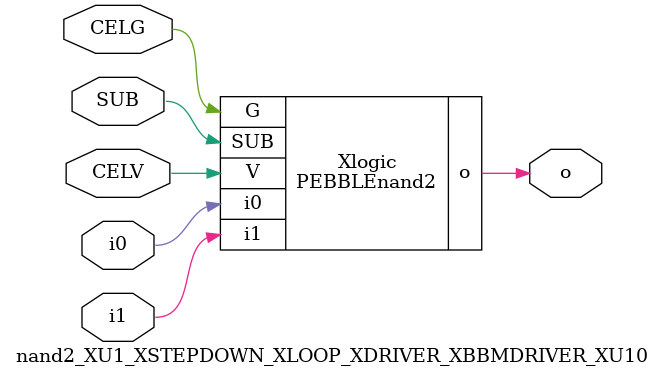
<source format=v>



module PEBBLEnand2 ( o, G, SUB, V, i0, i1 );

  input i0;
  input V;
  input i1;
  input G;
  output o;
  input SUB;
endmodule

//Celera Confidential Do Not Copy nand2_XU1_XSTEPDOWN_XLOOP_XDRIVER_XBBMDRIVER_XU10
//Celera Confidential Symbol Generator
//5V NAND2
module nand2_XU1_XSTEPDOWN_XLOOP_XDRIVER_XBBMDRIVER_XU10 (CELV,CELG,i0,i1,o,SUB);
input CELV;
input CELG;
input i0;
input i1;
input SUB;
output o;

//Celera Confidential Do Not Copy nand2
PEBBLEnand2 Xlogic(
.V (CELV),
.i0 (i0),
.i1 (i1),
.o (o),
.SUB (SUB),
.G (CELG)
);
//,diesize,PEBBLEnand2

//Celera Confidential Do Not Copy Module End
//Celera Schematic Generator
endmodule

</source>
